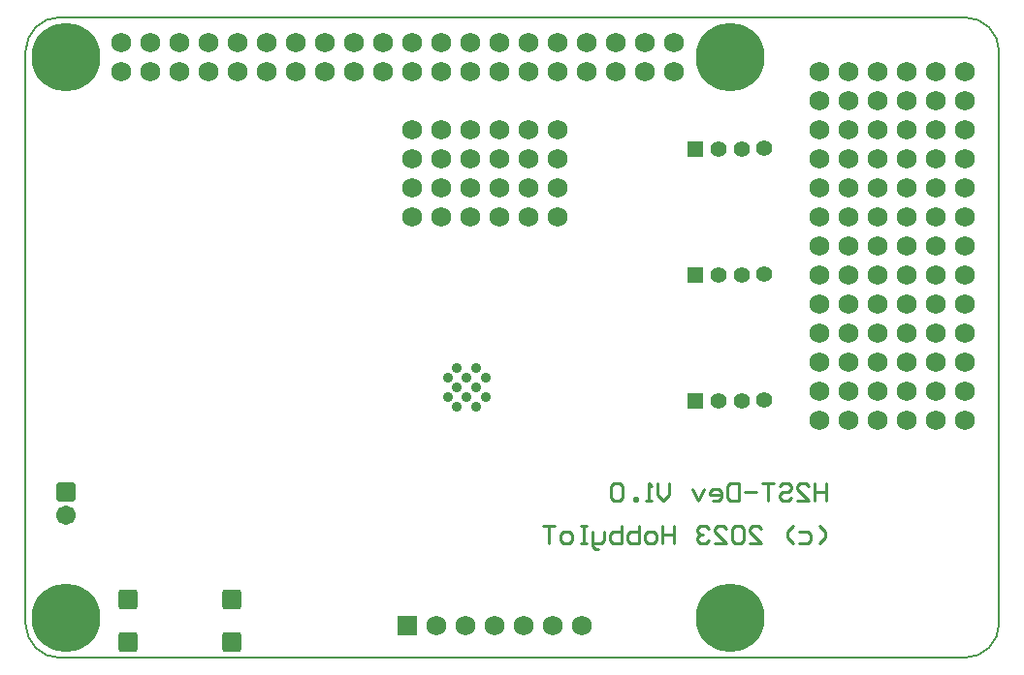
<source format=gbs>
G04*
G04 #@! TF.GenerationSoftware,Altium Limited,CircuitMaker,2.2.1 (2.2.1.6)*
G04*
G04 Layer_Color=8150272*
%FSLAX44Y44*%
%MOMM*%
G71*
G04*
G04 #@! TF.SameCoordinates,4DC394B6-E11D-4AB0-B304-EE3890279FAF*
G04*
G04*
G04 #@! TF.FilePolarity,Negative*
G04*
G01*
G75*
%ADD11C,0.2540*%
%ADD13C,0.2000*%
%ADD61C,1.7532*%
G04:AMPARAMS|DCode=62|XSize=1.7272mm|YSize=1.7272mm|CornerRadius=0.2921mm|HoleSize=0mm|Usage=FLASHONLY|Rotation=0.000|XOffset=0mm|YOffset=0mm|HoleType=Round|Shape=RoundedRectangle|*
%AMROUNDEDRECTD62*
21,1,1.7272,1.1430,0,0,0.0*
21,1,1.1430,1.7272,0,0,0.0*
1,1,0.5842,0.5715,-0.5715*
1,1,0.5842,-0.5715,-0.5715*
1,1,0.5842,-0.5715,0.5715*
1,1,0.5842,0.5715,0.5715*
%
%ADD62ROUNDEDRECTD62*%
%ADD63C,1.7272*%
%ADD64R,1.7272X1.7272*%
%ADD65C,6.0000*%
%ADD66R,1.4032X1.4032*%
%ADD67C,1.4032*%
%ADD68C,1.7032*%
G04:AMPARAMS|DCode=69|XSize=1.7032mm|YSize=1.7032mm|CornerRadius=0.2891mm|HoleSize=0mm|Usage=FLASHONLY|Rotation=90.000|XOffset=0mm|YOffset=0mm|HoleType=Round|Shape=RoundedRectangle|*
%AMROUNDEDRECTD69*
21,1,1.7032,1.1250,0,0,90.0*
21,1,1.1250,1.7032,0,0,90.0*
1,1,0.5782,0.5625,0.5625*
1,1,0.5782,0.5625,-0.5625*
1,1,0.5782,-0.5625,-0.5625*
1,1,0.5782,-0.5625,0.5625*
%
%ADD69ROUNDEDRECTD69*%
%ADD70C,0.8832*%
D11*
X698950Y152618D02*
Y137382D01*
Y145000D01*
X688793D01*
Y152618D01*
Y137382D01*
X673558D02*
X683715D01*
X673558Y147539D01*
Y150078D01*
X676097Y152618D01*
X681175D01*
X683715Y150078D01*
X658323D02*
X660862Y152618D01*
X665940D01*
X668480Y150078D01*
Y147539D01*
X665940Y145000D01*
X660862D01*
X658323Y142461D01*
Y139922D01*
X660862Y137382D01*
X665940D01*
X668480Y139922D01*
X653244Y152618D02*
X643088D01*
X648166D01*
Y137382D01*
X638009Y145000D02*
X627853D01*
X622774Y152618D02*
Y137382D01*
X615157D01*
X612617Y139922D01*
Y150078D01*
X615157Y152618D01*
X622774D01*
X599922Y137382D02*
X605000D01*
X607539Y139922D01*
Y145000D01*
X605000Y147539D01*
X599922D01*
X597382Y145000D01*
Y142461D01*
X607539D01*
X592304Y147539D02*
X587226Y137382D01*
X582147Y147539D01*
X561834Y152618D02*
Y142461D01*
X556756Y137382D01*
X551677Y142461D01*
Y152618D01*
X546599Y137382D02*
X541521D01*
X544060D01*
Y152618D01*
X546599Y150078D01*
X533903Y137382D02*
Y139922D01*
X531364D01*
Y137382D01*
X533903D01*
X521207Y150078D02*
X518668Y152618D01*
X513590D01*
X511050Y150078D01*
Y139922D01*
X513590Y137382D01*
X518668D01*
X521207Y139922D01*
Y150078D01*
X693072Y99922D02*
X698150Y105000D01*
Y110078D01*
X693072Y115157D01*
X675297Y110078D02*
X682915D01*
X685454Y107539D01*
Y102461D01*
X682915Y99922D01*
X675297D01*
X670219D02*
X665141Y105000D01*
Y110078D01*
X670219Y115157D01*
X632132Y99922D02*
X642288D01*
X632132Y110078D01*
Y112618D01*
X634671Y115157D01*
X639749D01*
X642288Y112618D01*
X627053D02*
X624514Y115157D01*
X619436D01*
X616896Y112618D01*
Y102461D01*
X619436Y99922D01*
X624514D01*
X627053Y102461D01*
Y112618D01*
X601661Y99922D02*
X611818D01*
X601661Y110078D01*
Y112618D01*
X604201Y115157D01*
X609279D01*
X611818Y112618D01*
X596583D02*
X594044Y115157D01*
X588965D01*
X586426Y112618D01*
Y110078D01*
X588965Y107539D01*
X591505D01*
X588965D01*
X586426Y105000D01*
Y102461D01*
X588965Y99922D01*
X594044D01*
X596583Y102461D01*
X566113Y115157D02*
Y99922D01*
Y107539D01*
X555956D01*
Y115157D01*
Y99922D01*
X548339D02*
X543260D01*
X540721Y102461D01*
Y107539D01*
X543260Y110078D01*
X548339D01*
X550878Y107539D01*
Y102461D01*
X548339Y99922D01*
X535643Y115157D02*
Y99922D01*
X528025D01*
X525486Y102461D01*
Y105000D01*
Y107539D01*
X528025Y110078D01*
X535643D01*
X520408Y115157D02*
Y99922D01*
X512790D01*
X510251Y102461D01*
Y105000D01*
Y107539D01*
X512790Y110078D01*
X520408D01*
X505173D02*
Y102461D01*
X502633Y99922D01*
X495016D01*
Y97382D01*
X497555Y94843D01*
X500094D01*
X495016Y99922D02*
Y110078D01*
X489938Y115157D02*
X484859D01*
X487398D01*
Y99922D01*
X489938D01*
X484859D01*
X474702D02*
X469624D01*
X467085Y102461D01*
Y107539D01*
X469624Y110078D01*
X474702D01*
X477242Y107539D01*
Y102461D01*
X474702Y99922D01*
X462006Y115157D02*
X451850D01*
X456928D01*
Y99922D01*
D13*
X0Y30000D02*
G03*
X30000Y0I30000J0D01*
G01*
X820000D02*
G03*
X850000Y30000I0J30000D01*
G01*
Y530000D02*
G03*
X820000Y560000I-30000J0D01*
G01*
X30000D02*
G03*
X0Y530000I0J-30000D01*
G01*
X30000Y0D02*
X820000D01*
X30000Y560000D02*
X820000D01*
X850000Y30000D02*
Y530000D01*
X0Y30000D02*
Y530000D01*
D61*
X693300Y512300D02*
D03*
X718700D02*
D03*
X744100D02*
D03*
X769500D02*
D03*
X794900D02*
D03*
X820300D02*
D03*
X693300Y486900D02*
D03*
X718700D02*
D03*
X744100D02*
D03*
X769500D02*
D03*
X794900D02*
D03*
X820300D02*
D03*
X693300Y461500D02*
D03*
X718700D02*
D03*
X744100D02*
D03*
X769500D02*
D03*
X794900D02*
D03*
X820300D02*
D03*
X693300Y436100D02*
D03*
X718700D02*
D03*
X744100D02*
D03*
X769500D02*
D03*
X794900D02*
D03*
X820300D02*
D03*
X693300Y410700D02*
D03*
X718700D02*
D03*
X744100D02*
D03*
X769500D02*
D03*
X794900D02*
D03*
X820300D02*
D03*
X693300Y385300D02*
D03*
X718700D02*
D03*
X744100D02*
D03*
X769500D02*
D03*
X794900D02*
D03*
X820300D02*
D03*
X693300Y359900D02*
D03*
X718700D02*
D03*
X744100D02*
D03*
X769500D02*
D03*
X794900D02*
D03*
X820300D02*
D03*
X693300Y334500D02*
D03*
X718700D02*
D03*
X744100D02*
D03*
X769500D02*
D03*
X794900D02*
D03*
X820300D02*
D03*
X693300Y309100D02*
D03*
X718700D02*
D03*
X744100D02*
D03*
X769500D02*
D03*
X794900D02*
D03*
X820300D02*
D03*
X693300Y283700D02*
D03*
X718700D02*
D03*
X744100D02*
D03*
X769500D02*
D03*
X794900D02*
D03*
X820300D02*
D03*
X693300Y258300D02*
D03*
X718700D02*
D03*
X744100D02*
D03*
X769500D02*
D03*
X794900D02*
D03*
X820300D02*
D03*
X693300Y232900D02*
D03*
X718700D02*
D03*
X744100D02*
D03*
X769500D02*
D03*
X794900D02*
D03*
X820300D02*
D03*
Y207500D02*
D03*
X794900D02*
D03*
X769500D02*
D03*
X744100D02*
D03*
X718700D02*
D03*
X693300D02*
D03*
X388500Y410700D02*
D03*
Y385300D02*
D03*
Y461500D02*
D03*
Y436100D02*
D03*
X337700Y410700D02*
D03*
X363100D02*
D03*
X337700Y385300D02*
D03*
X363100D02*
D03*
X337700Y461500D02*
D03*
X363100D02*
D03*
X413900Y410700D02*
D03*
X439300D02*
D03*
X413900Y385300D02*
D03*
X439300D02*
D03*
X413900Y461500D02*
D03*
X439300D02*
D03*
X337700Y436100D02*
D03*
X363100D02*
D03*
X413900D02*
D03*
X439300D02*
D03*
X464700Y410700D02*
D03*
Y385300D02*
D03*
Y461500D02*
D03*
Y436100D02*
D03*
X540900Y537700D02*
D03*
Y512300D02*
D03*
X566300Y537700D02*
D03*
Y512300D02*
D03*
X490100Y537700D02*
D03*
Y512300D02*
D03*
X515500Y537700D02*
D03*
Y512300D02*
D03*
X439300Y537700D02*
D03*
Y512300D02*
D03*
X464700Y537700D02*
D03*
Y512300D02*
D03*
X388500Y537700D02*
D03*
Y512300D02*
D03*
X413900Y537700D02*
D03*
Y512300D02*
D03*
X337700Y537700D02*
D03*
Y512300D02*
D03*
X363100Y537700D02*
D03*
Y512300D02*
D03*
X286900Y537700D02*
D03*
Y512300D02*
D03*
X312300Y537700D02*
D03*
Y512300D02*
D03*
X236100Y537700D02*
D03*
Y512300D02*
D03*
X261500Y537700D02*
D03*
Y512300D02*
D03*
X185300Y537700D02*
D03*
Y512300D02*
D03*
X210700Y537700D02*
D03*
Y512300D02*
D03*
X134500Y537700D02*
D03*
Y512300D02*
D03*
X159900Y537700D02*
D03*
Y512300D02*
D03*
X109100D02*
D03*
Y537700D02*
D03*
X83700Y512300D02*
D03*
Y537700D02*
D03*
D62*
X89800Y50700D02*
D03*
X180180Y13970D02*
D03*
X89820D02*
D03*
X180200Y50700D02*
D03*
D63*
X383800Y28000D02*
D03*
X409200D02*
D03*
X358400D02*
D03*
X485400D02*
D03*
X460000D02*
D03*
X434600D02*
D03*
D64*
X333000D02*
D03*
D65*
X615000Y35000D02*
D03*
Y525000D02*
D03*
X35000D02*
D03*
Y35000D02*
D03*
D66*
X585000Y334873D02*
D03*
Y224873D02*
D03*
Y444873D02*
D03*
D67*
X605000Y334873D02*
D03*
X625000D02*
D03*
X645000Y335127D02*
D03*
X605000Y224873D02*
D03*
X625000D02*
D03*
X645000Y225127D02*
D03*
X605000Y444873D02*
D03*
X625000D02*
D03*
X645000Y445127D02*
D03*
D68*
X35000Y125000D02*
D03*
D69*
Y145000D02*
D03*
D70*
X376800Y219850D02*
D03*
X393300Y236350D02*
D03*
Y219850D02*
D03*
X376800Y236350D02*
D03*
X401500Y244650D02*
D03*
X385000D02*
D03*
X368500D02*
D03*
X401500Y228050D02*
D03*
X385000D02*
D03*
X368500D02*
D03*
X393300Y252950D02*
D03*
X376800D02*
D03*
M02*

</source>
